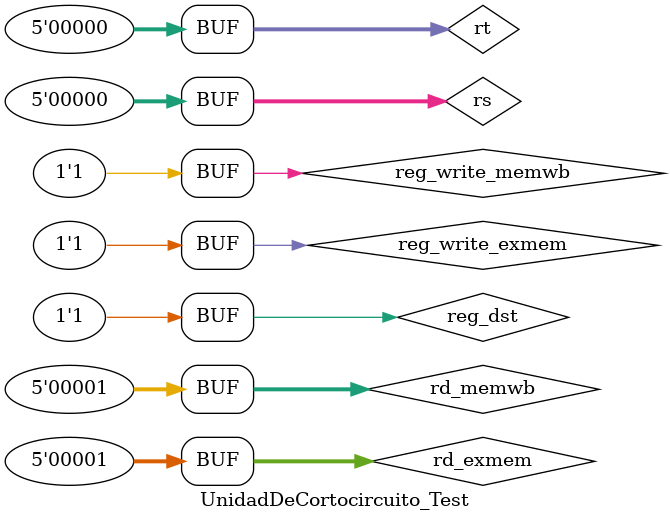
<source format=v>
`timescale 1ns / 1ps


module UnidadDeCortocircuito_Test();

    reg [4:0] rs;
    reg [4:0] rt;
    reg [4:0] rd_exmem;
    reg reg_write_exmem;
    reg [4:0] rd_memwb;
    reg reg_write_memwb;
    reg reg_dst;
    
    wire [1:0] forward_a;
    wire [1:0] forward_b;

    UnidadDeCortocircuito UC_0 (rs, rt, rd_exmem, reg_write_exmem, rd_memwb, reg_write_memwb, reg_dst, forward_a, forward_b);

    always begin
        
        rs = 5'b00100;
        rt = 5'b00110;
        rd_exmem = 5'b00001;
        reg_write_exmem = 0;
        rd_memwb = 5'b00010;
        reg_write_memwb = 0;
        reg_dst = 0;
        
        // Levantamos flags pero sin cambiar las condiciones no deberia haber cambios
        #1
        reg_dst = 1;
        reg_write_exmem = 1;
        reg_write_memwb = 1;
        
        // A deberia forwardear desde exmem y B desde memwb
        #1
        rd_exmem = 5'b00100;
        rd_memwb = 5'b00110;
        
        // B deberia forwardear desde exmem y A desde memwb
        #1
        rd_exmem = 5'b00110;
        rd_memwb = 5'b00100;
        
        // B deberia dejar de forwardear
        #1
        reg_dst = 0;
        
        // B deberia volver a forwardear
        #1
        reg_dst = 1;
        
        // A y B deberian dejar de forwardear
        #1
        reg_write_exmem = 0;
        reg_write_memwb = 0;
        
        // Probamos que ante un cumplimiento de condiciones para forward desde exmem y memwb se elija exmem
        #1
        rs = 5'b00001;
        rt = 5'b00001;
        rd_exmem = 5'b00001;
        reg_write_exmem = 1;
        rd_memwb = 5'b00001;
        reg_write_memwb = 1;

        #1
        rs = 0;
        rt = 0;
        
    end

endmodule

</source>
